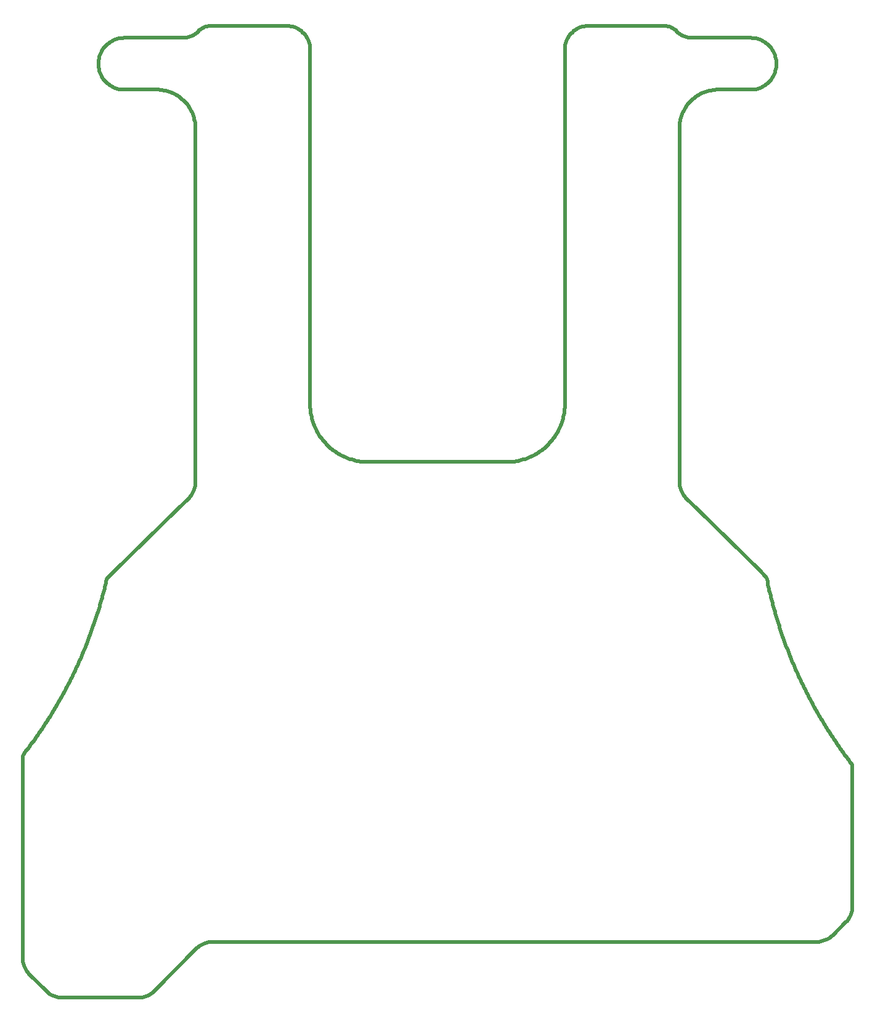
<source format=gm1>
G04*
G04 #@! TF.GenerationSoftware,Altium Limited,Altium Designer,20.1.11 (218)*
G04*
G04 Layer_Color=16711935*
%FSLAX25Y25*%
%MOIN*%
G70*
G04*
G04 #@! TF.SameCoordinates,1E5C8DF0-0C21-4807-87EA-DBAC22A10C90*
G04*
G04*
G04 #@! TF.FilePolarity,Positive*
G04*
G01*
G75*
%ADD101C,0.01968*%
D101*
X-161899Y-63061D02*
X-161899Y-63061D01*
Y-63060D02*
X-160847Y-63015D01*
X-159803Y-62877D01*
X-158775Y-62649D01*
X-157771Y-62333D01*
X-156798Y-61930D01*
X-155863Y-61443D01*
X-154975Y-60878D01*
X-154140Y-60237D01*
X-153364Y-59525D01*
X-121633Y-32794D02*
X-122685Y-32840D01*
X-123729Y-32978D01*
X-124757Y-33206D01*
X-125761Y-33522D01*
X-126734Y-33925D01*
X-127668Y-34412D01*
X-128557Y-34977D01*
X-129392Y-35618D01*
X-130168Y-36330D01*
X205367Y-32794D02*
X206419Y-32748D01*
X207463Y-32611D01*
X208491Y-32383D01*
X209496Y-32066D01*
X210469Y-31664D01*
X211403Y-31177D01*
X212291Y-30611D01*
X213126Y-29970D01*
X213903Y-29259D01*
X220832Y-22330D02*
X221543Y-21553D01*
X222184Y-20718D01*
X222750Y-19830D01*
X223236Y-18896D01*
X223639Y-17923D01*
X223956Y-16919D01*
X224184Y-15890D01*
X224321Y-14846D01*
X224367Y-13794D01*
X-224399Y-41561D02*
X-224353Y-42613D01*
X-224216Y-43657D01*
X-223988Y-44685D01*
X-223671Y-45689D01*
X-223268Y-46662D01*
X-222782Y-47596D01*
X-222216Y-48484D01*
X-221575Y-49320D01*
X-220864Y-50096D01*
X-211435Y-59525D02*
X-210658Y-60237D01*
X-209823Y-60878D01*
X-208934Y-61443D01*
X-208000Y-61930D01*
X-207028Y-62333D01*
X-206023Y-62649D01*
X-204995Y-62877D01*
X-203951Y-63015D01*
X-202899Y-63061D01*
X178603Y161158D02*
X178527Y162118D01*
X178302Y163055D01*
X177934Y163944D01*
X177430Y164766D01*
X176805Y165498D01*
X130945Y215753D02*
X130991Y214701D01*
X131128Y213657D01*
X131356Y212629D01*
X131673Y211625D01*
X132076Y210652D01*
X132562Y209718D01*
X133128Y208830D01*
X133769Y207994D01*
X134480Y207218D01*
X-178695Y163608D02*
X-178966Y162955D01*
X81396Y462439D02*
X80344Y462394D01*
X79300Y462256D01*
X78272Y462028D01*
X77268Y461712D01*
X76295Y461308D01*
X75361Y460822D01*
X74473Y460256D01*
X73637Y459615D01*
X72861Y458904D01*
X72432Y458475D02*
X71720Y457699D01*
X71079Y456863D01*
X70513Y455975D01*
X70027Y455041D01*
X69624Y454068D01*
X69308Y453064D01*
X69080Y452036D01*
X68942Y450991D01*
X68896Y449939D01*
X37512Y226650D02*
X38518Y226666D01*
X39524Y226715D01*
X40527Y226795D01*
X41527Y226908D01*
X42524Y227053D01*
X43515Y227229D01*
X44500Y227438D01*
X45477Y227677D01*
X46447Y227948D01*
X47407Y228250D01*
X48357Y228583D01*
X49297Y228945D01*
X50224Y229338D01*
X51137Y229760D01*
X52037Y230211D01*
X52922Y230691D01*
X53791Y231199D01*
X54644Y231735D01*
X55479Y232298D01*
X56295Y232887D01*
X57092Y233502D01*
X57869Y234142D01*
X58625Y234807D01*
X59359Y235495D01*
X60071Y236207D01*
X60760Y236941D01*
X61424Y237697D01*
X62064Y238474D01*
X62679Y239271D01*
X63269Y240088D01*
X63831Y240922D01*
X64367Y241775D01*
X64875Y242644D01*
X65355Y243529D01*
X65806Y244429D01*
X66228Y245343D01*
X66621Y246270D01*
X66984Y247209D01*
X67316Y248159D01*
X67618Y249119D01*
X67889Y250089D01*
X68129Y251066D01*
X68337Y252051D01*
X68514Y253043D01*
X68658Y254039D01*
X68771Y255039D01*
X68852Y256043D01*
X68900Y257048D01*
X68916Y258055D01*
X128896Y459939D02*
X128182Y460577D01*
X127402Y461131D01*
X126564Y461594D01*
X125680Y461961D01*
X124760Y462225D01*
X123816Y462386D01*
X122861Y462439D01*
X130942Y383329D02*
X130896Y383439D01*
X129361Y459475D02*
X130137Y458764D01*
X130973Y458122D01*
X131861Y457557D01*
X132795Y457070D01*
X133768Y456667D01*
X134772Y456351D01*
X135800Y456123D01*
X136844Y455985D01*
X137896Y455939D01*
X169396Y427940D02*
X170395Y427975D01*
X171389Y428082D01*
X172372Y428259D01*
X173340Y428507D01*
X174289Y428822D01*
X175212Y429205D01*
X176106Y429652D01*
X176965Y430162D01*
X177786Y430732D01*
X178564Y431359D01*
X179296Y432040D01*
X179977Y432771D01*
X180604Y433550D01*
X181174Y434371D01*
X181684Y435230D01*
X182131Y436124D01*
X182514Y437047D01*
X182829Y437995D01*
X183076Y438964D01*
X183254Y439947D01*
X183361Y440941D01*
X183396Y441939D01*
X183361Y442938D01*
X183254Y443932D01*
X183076Y444915D01*
X182829Y445884D01*
X182514Y446832D01*
X182131Y447755D01*
X181684Y448649D01*
X181174Y449508D01*
X180604Y450329D01*
X179977Y451108D01*
X179296Y451839D01*
X178564Y452520D01*
X177786Y453147D01*
X176965Y453717D01*
X176106Y454227D01*
X175212Y454674D01*
X174289Y455057D01*
X173340Y455372D01*
X172372Y455619D01*
X171389Y455797D01*
X170395Y455904D01*
X169396Y455939D01*
X150896Y427940D02*
X149900Y427867D01*
X148908Y427747D01*
X147924Y427581D01*
X146948Y427367D01*
X145983Y427108D01*
X145032Y426803D01*
X144096Y426453D01*
X143178Y426059D01*
X142280Y425622D01*
X141404Y425142D01*
X140552Y424622D01*
X139725Y424061D01*
X138926Y423462D01*
X138156Y422826D01*
X137417Y422154D01*
X136711Y421447D01*
X136040Y420707D01*
X135404Y419937D01*
X134806Y419137D01*
X134246Y418309D01*
X133727Y417456D01*
X133248Y416579D01*
X132812Y415681D01*
X132420Y414763D01*
X132071Y413827D01*
X131767Y412875D01*
X131508Y411910D01*
X131296Y410934D01*
X131131Y409949D01*
X131012Y408957D01*
X130941Y407961D01*
X130917Y406962D01*
X-130920Y406962D02*
X-130944Y407961D01*
X-131015Y408957D01*
X-131133Y409949D01*
X-131299Y410934D01*
X-131511Y411910D01*
X-131770Y412875D01*
X-132073Y413827D01*
X-132422Y414763D01*
X-132815Y415681D01*
X-133251Y416579D01*
X-133730Y417456D01*
X-134249Y418309D01*
X-134809Y419137D01*
X-135407Y419937D01*
X-136042Y420707D01*
X-136714Y421447D01*
X-137420Y422154D01*
X-138159Y422826D01*
X-138928Y423462D01*
X-139728Y424061D01*
X-140554Y424622D01*
X-141407Y425142D01*
X-142283Y425622D01*
X-143181Y426059D01*
X-144099Y426453D01*
X-145035Y426803D01*
X-145986Y427108D01*
X-146950Y427367D01*
X-147926Y427581D01*
X-148911Y427747D01*
X-149903Y427867D01*
X-150899Y427940D01*
X-169399Y455939D02*
X-170398Y455904D01*
X-171391Y455797D01*
X-172375Y455619D01*
X-173343Y455372D01*
X-174292Y455057D01*
X-175215Y454674D01*
X-176109Y454227D01*
X-176968Y453717D01*
X-177789Y453147D01*
X-178567Y452520D01*
X-179298Y451839D01*
X-179980Y451108D01*
X-180607Y450329D01*
X-181177Y449508D01*
X-181686Y448649D01*
X-182134Y447755D01*
X-182516Y446832D01*
X-182832Y445884D01*
X-183079Y444915D01*
X-183256Y443932D01*
X-183363Y442938D01*
X-183399Y441939D01*
X-183363Y440941D01*
X-183256Y439947D01*
X-183079Y438964D01*
X-182832Y437995D01*
X-182516Y437047D01*
X-182134Y436124D01*
X-181686Y435230D01*
X-181177Y434371D01*
X-180607Y433550D01*
X-179980Y432771D01*
X-179298Y432040D01*
X-178567Y431359D01*
X-177789Y430732D01*
X-176968Y430162D01*
X-176109Y429652D01*
X-175215Y429205D01*
X-174292Y428822D01*
X-173343Y428507D01*
X-172375Y428259D01*
X-171391Y428082D01*
X-170398Y427975D01*
X-169399Y427940D01*
X-137899Y455939D02*
X-136847Y455985D01*
X-135803Y456123D01*
X-134775Y456351D01*
X-133771Y456667D01*
X-132798Y457070D01*
X-131863Y457557D01*
X-130975Y458122D01*
X-130140Y458764D01*
X-129364Y459475D01*
X-130899Y383439D02*
X-130945Y383329D01*
X-122863Y462439D02*
X-123819Y462386D01*
X-124763Y462225D01*
X-125683Y461961D01*
X-126567Y461594D01*
X-127405Y461131D01*
X-128185Y460577D01*
X-128899Y459939D01*
X-68919Y258055D02*
X-68903Y257048D01*
X-68854Y256043D01*
X-68774Y255039D01*
X-68661Y254039D01*
X-68516Y253043D01*
X-68340Y252051D01*
X-68132Y251067D01*
X-67892Y250089D01*
X-67621Y249119D01*
X-67319Y248159D01*
X-66987Y247209D01*
X-66624Y246270D01*
X-66231Y245343D01*
X-65809Y244429D01*
X-65358Y243529D01*
X-64878Y242644D01*
X-64370Y241775D01*
X-63834Y240922D01*
X-63271Y240088D01*
X-62682Y239271D01*
X-62067Y238474D01*
X-61427Y237698D01*
X-60762Y236942D01*
X-60074Y236207D01*
X-59362Y235495D01*
X-58628Y234807D01*
X-57872Y234142D01*
X-57095Y233502D01*
X-56298Y232887D01*
X-55481Y232298D01*
X-54647Y231735D01*
X-53794Y231199D01*
X-52925Y230691D01*
X-52040Y230211D01*
X-51140Y229760D01*
X-50226Y229338D01*
X-49299Y228945D01*
X-48360Y228583D01*
X-47410Y228250D01*
X-46450Y227948D01*
X-45480Y227677D01*
X-44503Y227438D01*
X-43518Y227229D01*
X-42527Y227053D01*
X-41530Y226908D01*
X-40530Y226795D01*
X-39527Y226715D01*
X-38521Y226666D01*
X-37514Y226650D01*
X-68899Y449939D02*
X-68945Y450991D01*
X-69082Y452036D01*
X-69310Y453064D01*
X-69627Y454068D01*
X-70030Y455041D01*
X-70516Y455975D01*
X-71082Y456863D01*
X-71723Y457699D01*
X-72435Y458475D01*
X-72864Y458904D02*
X-73640Y459615D01*
X-74475Y460256D01*
X-75363Y460822D01*
X-76298Y461308D01*
X-77271Y461712D01*
X-78275Y462028D01*
X-79303Y462256D01*
X-80347Y462394D01*
X-81399Y462439D01*
X-134480Y207218D02*
X-133769Y207994D01*
X-133128Y208830D01*
X-132562Y209718D01*
X-132076Y210652D01*
X-131673Y211625D01*
X-131356Y212629D01*
X-131128Y213657D01*
X-130991Y214701D01*
X-130945Y215753D01*
X178603Y161158D02*
X178818Y160179D01*
X179037Y159201D01*
X179260Y158224D01*
X179488Y157248D01*
X179719Y156273D01*
X179954Y155298D01*
X180193Y154325D01*
X180436Y153353D01*
X180683Y152382D01*
X180934Y151411D01*
X181189Y150442D01*
X181448Y149474D01*
X181710Y148507D01*
X181977Y147540D01*
X182248Y146576D01*
X182522Y145612D01*
X182801Y144649D01*
X183083Y143687D01*
X183369Y142727D01*
X183659Y141768D01*
X183953Y140810D01*
X184251Y139853D01*
X184553Y138897D01*
X184859Y137943D01*
X185169Y136989D01*
X185482Y136038D01*
X185800Y135087D01*
X186121Y134137D01*
X186446Y133189D01*
X186775Y132243D01*
X187108Y131298D01*
X187444Y130353D01*
X187785Y129411D01*
X188129Y128470D01*
X188477Y127530D01*
X188829Y126592D01*
X189185Y125655D01*
X189544Y124719D01*
X189908Y123785D01*
X190275Y122853D01*
X190646Y121922D01*
X191021Y120992D01*
X191399Y120064D01*
X191781Y119138D01*
X192167Y118213D01*
X192557Y117289D01*
X192951Y116368D01*
X193348Y115448D01*
X193749Y114529D01*
X194154Y113612D01*
X194562Y112697D01*
X194975Y111784D01*
X195391Y110872D01*
X195810Y109962D01*
X196233Y109053D01*
X196661Y108147D01*
X197091Y107242D01*
X197526Y106339D01*
X197964Y105437D01*
X198405Y104538D01*
X198851Y103640D01*
X199300Y102744D01*
X199752Y101850D01*
X200209Y100957D01*
X200669Y100067D01*
X201132Y99178D01*
X201599Y98292D01*
X202070Y97407D01*
X202544Y96524D01*
X203022Y95643D01*
X203504Y94764D01*
X203989Y93887D01*
X204478Y93012D01*
X204970Y92139D01*
X205466Y91268D01*
X205965Y90399D01*
X206468Y89532D01*
X206974Y88667D01*
X207484Y87805D01*
X207997Y86944D01*
X208514Y86085D01*
X209034Y85229D01*
X209558Y84374D01*
X210086Y83522D01*
X210616Y82672D01*
X211151Y81824D01*
X211688Y80978D01*
X212229Y80134D01*
X212774Y79293D01*
X213322Y78454D01*
X213873Y77617D01*
X214428Y76782D01*
X214986Y75950D01*
X215547Y75120D01*
X216112Y74292D01*
X216681Y73466D01*
X217252Y72643D01*
X217827Y71822D01*
X218405Y71004D01*
X218987Y70188D01*
X219572Y69374D01*
X220160Y68562D01*
X220752Y67753D01*
X221346Y66947D01*
X221944Y66143D01*
X222546Y65341D01*
X223150Y64542D01*
X223758Y63745D01*
X224367Y62953D01*
X-224399Y67898D02*
X-223783Y68688D01*
X-223170Y69481D01*
X-222560Y70276D01*
X-221954Y71073D01*
X-221351Y71873D01*
X-220751Y72676D01*
X-220155Y73481D01*
X-219561Y74289D01*
X-218972Y75099D01*
X-218385Y75911D01*
X-217802Y76726D01*
X-217222Y77543D01*
X-216646Y78363D01*
X-216073Y79185D01*
X-215503Y80009D01*
X-214937Y80835D01*
X-214374Y81664D01*
X-213815Y82496D01*
X-213259Y83329D01*
X-212707Y84165D01*
X-212158Y85003D01*
X-211612Y85844D01*
X-211070Y86686D01*
X-210531Y87531D01*
X-209996Y88378D01*
X-209465Y89228D01*
X-208937Y90079D01*
X-208412Y90933D01*
X-207891Y91789D01*
X-207373Y92647D01*
X-206859Y93507D01*
X-206349Y94369D01*
X-205842Y95233D01*
X-205339Y96100D01*
X-204839Y96968D01*
X-204343Y97838D01*
X-203851Y98711D01*
X-203362Y99586D01*
X-202876Y100462D01*
X-202395Y101341D01*
X-201916Y102221D01*
X-201442Y103104D01*
X-200971Y103988D01*
X-200504Y104875D01*
X-200041Y105763D01*
X-199581Y106653D01*
X-199125Y107545D01*
X-198672Y108439D01*
X-198223Y109335D01*
X-197778Y110233D01*
X-197337Y111132D01*
X-196899Y112033D01*
X-196465Y112937D01*
X-196035Y113841D01*
X-195609Y114748D01*
X-195186Y115657D01*
X-194767Y116567D01*
X-194352Y117479D01*
X-193940Y118392D01*
X-193533Y119307D01*
X-193129Y120224D01*
X-192729Y121143D01*
X-192332Y122063D01*
X-191940Y122985D01*
X-191551Y123909D01*
X-191166Y124834D01*
X-190785Y125760D01*
X-190408Y126689D01*
X-190034Y127618D01*
X-189665Y128550D01*
X-189299Y129482D01*
X-188937Y130417D01*
X-188579Y131352D01*
X-188225Y132290D01*
X-187875Y133229D01*
X-187528Y134169D01*
X-187186Y135110D01*
X-186847Y136053D01*
X-186512Y136998D01*
X-186181Y137943D01*
X-185854Y138891D01*
X-185531Y139839D01*
X-185212Y140789D01*
X-184897Y141740D01*
X-184586Y142692D01*
X-184278Y143646D01*
X-183975Y144601D01*
X-183675Y145557D01*
X-183380Y146514D01*
X-183088Y147473D01*
X-182801Y148433D01*
X-182517Y149393D01*
X-182237Y150356D01*
X-181962Y151319D01*
X-181690Y152283D01*
X-181422Y153249D01*
X-181158Y154215D01*
X-180898Y155183D01*
X-180643Y156152D01*
X-180391Y157122D01*
X-180143Y158092D01*
X-179899Y159064D01*
X-179659Y160037D01*
X-179423Y161011D01*
X-179192Y161986D01*
X-178966Y162955D01*
X224367Y-13561D02*
Y62953D01*
X-201399Y-63061D02*
X-161899D01*
X-153364Y-59525D02*
X-130168Y-36330D01*
X-121633Y-32794D02*
X205367D01*
X213903Y-29259D02*
X220832Y-22330D01*
X224367Y-13794D02*
Y-13561D01*
X-224399Y-41561D02*
Y67898D01*
X-220864Y-50096D02*
X-211435Y-59525D01*
X-202899Y-63061D02*
X-201399D01*
X174886Y167417D02*
X176805Y165498D01*
X134480Y207218D02*
X140566Y201133D01*
X174886Y167417D01*
X-178695Y163608D02*
X-174886Y167417D01*
X-140566Y201133D01*
X-37514Y226650D02*
X37512D01*
X130942Y215753D02*
Y226670D01*
X72432Y458475D02*
X72861Y458904D01*
X68896Y258035D02*
Y449939D01*
X81396Y462439D02*
X122861D01*
X130942Y226512D02*
X130942Y406962D01*
X128896Y459939D02*
X129361Y459475D01*
X137896Y455939D02*
X169396D01*
X150896Y427940D02*
X169396D01*
X-169399D02*
X-150899D01*
X-169399Y455939D02*
X-137899D01*
X-129364Y459475D02*
X-128899Y459939D01*
X-130945Y406962D02*
X-130945Y226512D01*
X-122863Y462439D02*
X-81399D01*
X-68899Y258035D02*
Y449939D01*
X-72864Y458904D02*
X-72435Y458475D01*
X-140566Y201133D02*
X-134480Y207218D01*
X-130945Y215753D02*
Y226670D01*
X130945Y215596D02*
Y226512D01*
M02*

</source>
